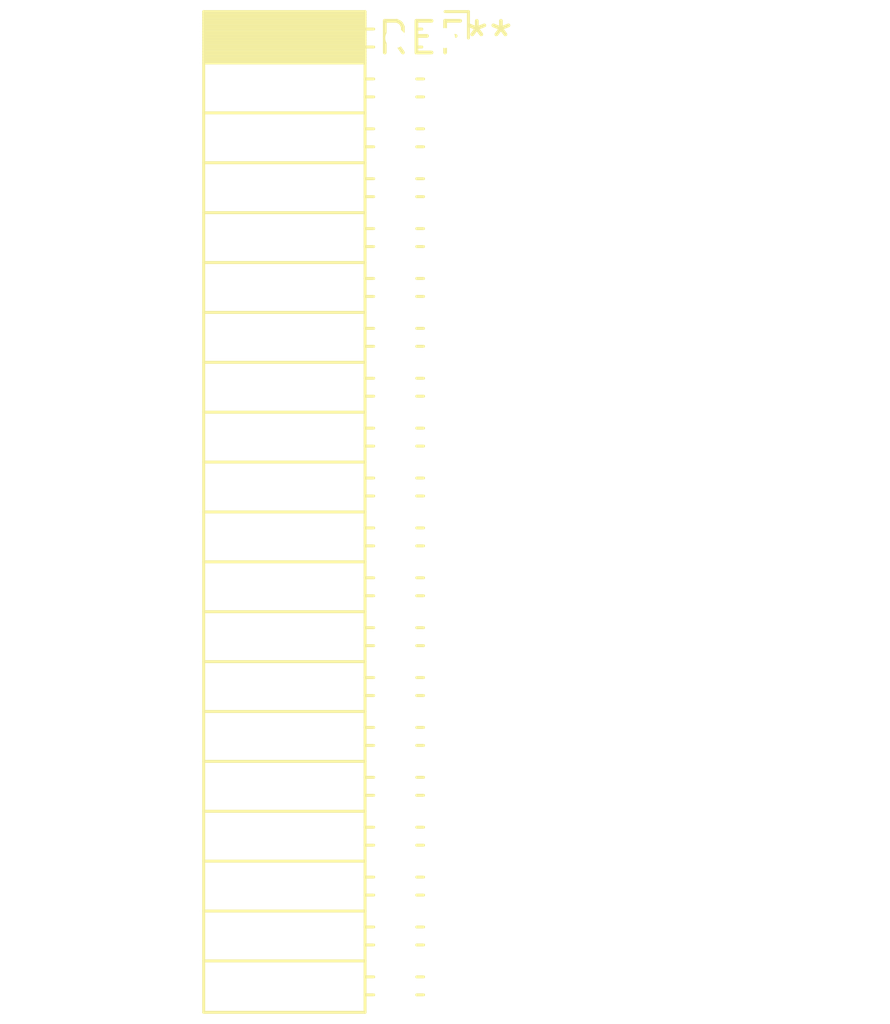
<source format=kicad_pcb>
(kicad_pcb (version 20240108) (generator pcbnew)
  (layers (0 "F.Cu" signal) (31 "B.Cu" signal) (34 "B.Paste" user) (35 "F.Paste" user) (36 "B.SilkS" user "B.Silkscreen") (37 "F.SilkS" user "F.Silkscreen") (38 "B.Mask" user) (39 "F.Mask" user) (44 "Edge.Cuts" user))
  (net 0 "")
  (footprint "PinSocket_2x20_P2.00mm_Horizontal" (layer "F.Cu") (at 0 0)
    (property "Reference" "REF**")
    (property "Value" "PinSocket_2x20_P2.00mm_Horizontal")
    (fp_line (start -9.68 -1.06) (end -9.68 39.06) (layer "F.SilkS") (stroke (width 0.12)))
    (fp_line (start -9.68 -1.06) (end -3.21 -1.06) (layer "F.SilkS") (stroke (width 0.12)))
    (fp_line (start -9.68 -0.94) (end -3.21 -0.94) (layer "F.SilkS") (stroke (width 0.12)))
    (fp_line (start -9.68 -0.825882) (end -3.21 -0.825882) (layer "F.SilkS") (stroke (width 0.12)))
    (fp_line (start -9.68 -0.711764) (end -3.21 -0.711764) (layer "F.SilkS") (stroke (width 0.12)))
    (fp_line (start -9.68 -0.597646) (end -3.21 -0.597646) (layer "F.SilkS") (stroke (width 0.12)))
    (fp_line (start -9.68 -0.483528) (end -3.21 -0.483528) (layer "F.SilkS") (stroke (width 0.12)))
    (fp_line (start -9.68 -0.36941) (end -3.21 -0.36941) (layer "F.SilkS") (stroke (width 0.12)))
    (fp_line (start -9.68 -0.255292) (end -3.21 -0.255292) (layer "F.SilkS") (stroke (width 0.12)))
    (fp_line (start -9.68 -0.141174) (end -3.21 -0.141174) (layer "F.SilkS") (stroke (width 0.12)))
    (fp_line (start -9.68 -0.027056) (end -3.21 -0.027056) (layer "F.SilkS") (stroke (width 0.12)))
    (fp_line (start -9.68 0.087062) (end -3.21 0.087062) (layer "F.SilkS") (stroke (width 0.12)))
    (fp_line (start -9.68 0.20118) (end -3.21 0.20118) (layer "F.SilkS") (stroke (width 0.12)))
    (fp_line (start -9.68 0.315298) (end -3.21 0.315298) (layer "F.SilkS") (stroke (width 0.12)))
    (fp_line (start -9.68 0.429416) (end -3.21 0.429416) (layer "F.SilkS") (stroke (width 0.12)))
    (fp_line (start -9.68 0.543534) (end -3.21 0.543534) (layer "F.SilkS") (stroke (width 0.12)))
    (fp_line (start -9.68 0.657652) (end -3.21 0.657652) (layer "F.SilkS") (stroke (width 0.12)))
    (fp_line (start -9.68 0.77177) (end -3.21 0.77177) (layer "F.SilkS") (stroke (width 0.12)))
    (fp_line (start -9.68 0.885888) (end -3.21 0.885888) (layer "F.SilkS") (stroke (width 0.12)))
    (fp_line (start -9.68 1) (end -3.21 1) (layer "F.SilkS") (stroke (width 0.12)))
    (fp_line (start -9.68 3) (end -3.21 3) (layer "F.SilkS") (stroke (width 0.12)))
    (fp_line (start -9.68 5) (end -3.21 5) (layer "F.SilkS") (stroke (width 0.12)))
    (fp_line (start -9.68 7) (end -3.21 7) (layer "F.SilkS") (stroke (width 0.12)))
    (fp_line (start -9.68 9) (end -3.21 9) (layer "F.SilkS") (stroke (width 0.12)))
    (fp_line (start -9.68 11) (end -3.21 11) (layer "F.SilkS") (stroke (width 0.12)))
    (fp_line (start -9.68 13) (end -3.21 13) (layer "F.SilkS") (stroke (width 0.12)))
    (fp_line (start -9.68 15) (end -3.21 15) (layer "F.SilkS") (stroke (width 0.12)))
    (fp_line (start -9.68 17) (end -3.21 17) (layer "F.SilkS") (stroke (width 0.12)))
    (fp_line (start -9.68 19) (end -3.21 19) (layer "F.SilkS") (stroke (width 0.12)))
    (fp_line (start -9.68 21) (end -3.21 21) (layer "F.SilkS") (stroke (width 0.12)))
    (fp_line (start -9.68 23) (end -3.21 23) (layer "F.SilkS") (stroke (width 0.12)))
    (fp_line (start -9.68 25) (end -3.21 25) (layer "F.SilkS") (stroke (width 0.12)))
    (fp_line (start -9.68 27) (end -3.21 27) (layer "F.SilkS") (stroke (width 0.12)))
    (fp_line (start -9.68 29) (end -3.21 29) (layer "F.SilkS") (stroke (width 0.12)))
    (fp_line (start -9.68 31) (end -3.21 31) (layer "F.SilkS") (stroke (width 0.12)))
    (fp_line (start -9.68 33) (end -3.21 33) (layer "F.SilkS") (stroke (width 0.12)))
    (fp_line (start -9.68 35) (end -3.21 35) (layer "F.SilkS") (stroke (width 0.12)))
    (fp_line (start -9.68 37) (end -3.21 37) (layer "F.SilkS") (stroke (width 0.12)))
    (fp_line (start -9.68 39.06) (end -3.21 39.06) (layer "F.SilkS") (stroke (width 0.12)))
    (fp_line (start -3.21 -1.06) (end -3.21 39.06) (layer "F.SilkS") (stroke (width 0.12)))
    (fp_line (start -3.21 -0.36) (end -2.862917 -0.36) (layer "F.SilkS") (stroke (width 0.12)))
    (fp_line (start -3.21 0.36) (end -2.862917 0.36) (layer "F.SilkS") (stroke (width 0.12)))
    (fp_line (start -3.21 1.64) (end -2.862917 1.64) (layer "F.SilkS") (stroke (width 0.12)))
    (fp_line (start -3.21 2.36) (end -2.862917 2.36) (layer "F.SilkS") (stroke (width 0.12)))
    (fp_line (start -3.21 3.64) (end -2.862917 3.64) (layer "F.SilkS") (stroke (width 0.12)))
    (fp_line (start -3.21 4.36) (end -2.862917 4.36) (layer "F.SilkS") (stroke (width 0.12)))
    (fp_line (start -3.21 5.64) (end -2.862917 5.64) (layer "F.SilkS") (stroke (width 0.12)))
    (fp_line (start -3.21 6.36) (end -2.862917 6.36) (layer "F.SilkS") (stroke (width 0.12)))
    (fp_line (start -3.21 7.64) (end -2.862917 7.64) (layer "F.SilkS") (stroke (width 0.12)))
    (fp_line (start -3.21 8.36) (end -2.862917 8.36) (layer "F.SilkS") (stroke (width 0.12)))
    (fp_line (start -3.21 9.64) (end -2.862917 9.64) (layer "F.SilkS") (stroke (width 0.12)))
    (fp_line (start -3.21 10.36) (end -2.862917 10.36) (layer "F.SilkS") (stroke (width 0.12)))
    (fp_line (start -3.21 11.64) (end -2.862917 11.64) (layer "F.SilkS") (stroke (width 0.12)))
    (fp_line (start -3.21 12.36) (end -2.862917 12.36) (layer "F.SilkS") (stroke (width 0.12)))
    (fp_line (start -3.21 13.64) (end -2.862917 13.64) (layer "F.SilkS") (stroke (width 0.12)))
    (fp_line (start -3.21 14.36) (end -2.862917 14.36) (layer "F.SilkS") (stroke (width 0.12)))
    (fp_line (start -3.21 15.64) (end -2.862917 15.64) (layer "F.SilkS") (stroke (width 0.12)))
    (fp_line (start -3.21 16.36) (end -2.862917 16.36) (layer "F.SilkS") (stroke (width 0.12)))
    (fp_line (start -3.21 17.64) (end -2.862917 17.64) (layer "F.SilkS") (stroke (width 0.12)))
    (fp_line (start -3.21 18.36) (end -2.862917 18.36) (layer "F.SilkS") (stroke (width 0.12)))
    (fp_line (start -3.21 19.64) (end -2.862917 19.64) (layer "F.SilkS") (stroke (width 0.12)))
    (fp_line (start -3.21 20.36) (end -2.862917 20.36) (layer "F.SilkS") (stroke (width 0.12)))
    (fp_line (start -3.21 21.64) (end -2.862917 21.64) (layer "F.SilkS") (stroke (width 0.12)))
    (fp_line (start -3.21 22.36) (end -2.862917 22.36) (layer "F.SilkS") (stroke (width 0.12)))
    (fp_line (start -3.21 23.64) (end -2.862917 23.64) (layer "F.SilkS") (stroke (width 0.12)))
    (fp_line (start -3.21 24.36) (end -2.862917 24.36) (layer "F.SilkS") (stroke (width 0.12)))
    (fp_line (start -3.21 25.64) (end -2.862917 25.64) (layer "F.SilkS") (stroke (width 0.12)))
    (fp_line (start -3.21 26.36) (end -2.862917 26.36) (layer "F.SilkS") (stroke (width 0.12)))
    (fp_line (start -3.21 27.64) (end -2.862917 27.64) (layer "F.SilkS") (stroke (width 0.12)))
    (fp_line (start -3.21 28.36) (end -2.862917 28.36) (layer "F.SilkS") (stroke (width 0.12)))
    (fp_line (start -3.21 29.64) (end -2.862917 29.64) (layer "F.SilkS") (stroke (width 0.12)))
    (fp_line (start -3.21 30.36) (end -2.862917 30.36) (layer "F.SilkS") (stroke (width 0.12)))
    (fp_line (start -3.21 31.64) (end -2.862917 31.64) (layer "F.SilkS") (stroke (width 0.12)))
    (fp_line (start -3.21 32.36) (end -2.862917 32.36) (layer "F.SilkS") (stroke (width 0.12)))
    (fp_line (start -3.21 33.64) (end -2.862917 33.64) (layer "F.SilkS") (stroke (width 0.12)))
    (fp_line (start -3.21 34.36) (end -2.862917 34.36) (layer "F.SilkS") (stroke (width 0.12)))
    (fp_line (start -3.21 35.64) (end -2.862917 35.64) (layer "F.SilkS") (stroke (width 0.12)))
    (fp_line (start -3.21 36.36) (end -2.862917 36.36) (layer "F.SilkS") (stroke (width 0.12)))
    (fp_line (start -3.21 37.64) (end -2.862917 37.64) (layer "F.SilkS") (stroke (width 0.12)))
    (fp_line (start -3.21 38.36) (end -2.862917 38.36) (layer "F.SilkS") (stroke (width 0.12)))
    (fp_line (start -1.137083 -0.36) (end -0.935 -0.36) (layer "F.SilkS") (stroke (width 0.12)))
    (fp_line (start -1.137083 0.36) (end -0.935 0.36) (layer "F.SilkS") (stroke (width 0.12)))
    (fp_line (start -1.137083 1.64) (end -0.862917 1.64) (layer "F.SilkS") (stroke (width 0.12)))
    (fp_line (start -1.137083 2.36) (end -0.862917 2.36) (layer "F.SilkS") (stroke (width 0.12)))
    (fp_line (start -1.137083 3.64) (end -0.862917 3.64) (layer "F.SilkS") (stroke (width 0.12)))
    (fp_line (start -1.137083 4.36) (end -0.862917 4.36) (layer "F.SilkS") (stroke (width 0.12)))
    (fp_line (start -1.137083 5.64) (end -0.862917 5.64) (layer "F.SilkS") (stroke (width 0.12)))
    (fp_line (start -1.137083 6.36) (end -0.862917 6.36) (layer "F.SilkS") (stroke (width 0.12)))
    (fp_line (start -1.137083 7.64) (end -0.862917 7.64) (layer "F.SilkS") (stroke (width 0.12)))
    (fp_line (start -1.137083 8.36) (end -0.862917 8.36) (layer "F.SilkS") (stroke (width 0.12)))
    (fp_line (start -1.137083 9.64) (end -0.862917 9.64) (layer "F.SilkS") (stroke (width 0.12)))
    (fp_line (start -1.137083 10.36) (end -0.862917 10.36) (layer "F.SilkS") (stroke (width 0.12)))
    (fp_line (start -1.137083 11.64) (end -0.862917 11.64) (layer "F.SilkS") (stroke (width 0.12)))
    (fp_line (start -1.137083 12.36) (end -0.862917 12.36) (layer "F.SilkS") (stroke (width 0.12)))
    (fp_line (start -1.137083 13.64) (end -0.862917 13.64) (layer "F.SilkS") (stroke (width 0.12)))
    (fp_line (start -1.137083 14.36) (end -0.862917 14.36) (layer "F.SilkS") (stroke (width 0.12)))
    (fp_line (start -1.137083 15.64) (end -0.862917 15.64) (layer "F.SilkS") (stroke (width 0.12)))
    (fp_line (start -1.137083 16.36) (end -0.862917 16.36) (layer "F.SilkS") (stroke (width 0.12)))
    (fp_line (start -1.137083 17.64) (end -0.862917 17.64) (layer "F.SilkS") (stroke (width 0.12)))
    (fp_line (start -1.137083 18.36) (end -0.862917 18.36) (layer "F.SilkS") (stroke (width 0.12)))
    (fp_line (start -1.137083 19.64) (end -0.862917 19.64) (layer "F.SilkS") (stroke (width 0.12)))
    (fp_line (start -1.137083 20.36) (end -0.862917 20.36) (layer "F.SilkS") (stroke (width 0.12)))
    (fp_line (start -1.137083 21.64) (end -0.862917 21.64) (layer "F.SilkS") (stroke (width 0.12)))
    (fp_line (start -1.137083 22.36) (end -0.862917 22.36) (layer "F.SilkS") (stroke (width 0.12)))
    (fp_line (start -1.137083 23.64) (end -0.862917 23.64) (layer "F.SilkS") (stroke (width 0.12)))
    (fp_line (start -1.137083 24.36) (end -0.862917 24.36) (layer "F.SilkS") (stroke (width 0.12)))
    (fp_line (start -1.137083 25.64) (end -0.862917 25.64) (layer "F.SilkS") (stroke (width 0.12)))
    (fp_line (start -1.137083 26.36) (end -0.862917 26.36) (layer "F.SilkS") (stroke (width 0.12)))
    (fp_line (start -1.137083 27.64) (end -0.862917 27.64) (layer "F.SilkS") (stroke (width 0.12)))
    (fp_line (start -1.137083 28.36) (end -0.862917 28.36) (layer "F.SilkS") (stroke (width 0.12)))
    (fp_line (start -1.137083 29.64) (end -0.862917 29.64) (layer "F.SilkS") (stroke (width 0.12)))
    (fp_line (start -1.137083 30.36) (end -0.862917 30.36) (layer "F.SilkS") (stroke (width 0.12)))
    (fp_line (start -1.137083 31.64) (end -0.862917 31.64) (layer "F.SilkS") (stroke (width 0.12)))
    (fp_line (start -1.137083 32.36) (end -0.862917 32.36) (layer "F.SilkS") (stroke (width 0.12)))
    (fp_line (start -1.137083 33.64) (end -0.862917 33.64) (layer "F.SilkS") (stroke (width 0.12)))
    (fp_line (start -1.137083 34.36) (end -0.862917 34.36) (layer "F.SilkS") (stroke (width 0.12)))
    (fp_line (start -1.137083 35.64) (end -0.862917 35.64) (layer "F.SilkS") (stroke (width 0.12)))
    (fp_line (start -1.137083 36.36) (end -0.862917 36.36) (layer "F.SilkS") (stroke (width 0.12)))
    (fp_line (start -1.137083 37.64) (end -0.862917 37.64) (layer "F.SilkS") (stroke (width 0.12)))
    (fp_line (start -1.137083 38.36) (end -0.862917 38.36) (layer "F.SilkS") (stroke (width 0.12)))
    (fp_line (start 0 -1.06) (end 0.935 -1.06) (layer "F.SilkS") (stroke (width 0.12)))
    (fp_line (start 0.935 -1.06) (end 0.935 0) (layer "F.SilkS") (stroke (width 0.12)))
    (pad "1" thru_hole rect (at 0 0) (size 1.35 1.35) (drill 0.8) (layers *.Cu *.Mask) (remove_unused_layers))
    (pad "2" thru_hole oval (at -2 0) (size 1.35 1.35) (drill 0.8) (layers *.Cu *.Mask) (remove_unused_layers))
    (pad "3" thru_hole oval (at 0 2) (size 1.35 1.35) (drill 0.8) (layers *.Cu *.Mask) (remove_unused_layers))
    (pad "4" thru_hole oval (at -2 2) (size 1.35 1.35) (drill 0.8) (layers *.Cu *.Mask) (remove_unused_layers))
    (pad "5" thru_hole oval (at 0 4) (size 1.35 1.35) (drill 0.8) (layers *.Cu *.Mask) (remove_unused_layers))
    (pad "6" thru_hole oval (at -2 4) (size 1.35 1.35) (drill 0.8) (layers *.Cu *.Mask) (remove_unused_layers))
    (pad "7" thru_hole oval (at 0 6) (size 1.35 1.35) (drill 0.8) (layers *.Cu *.Mask) (remove_unused_layers))
    (pad "8" thru_hole oval (at -2 6) (size 1.35 1.35) (drill 0.8) (layers *.Cu *.Mask) (remove_unused_layers))
    (pad "9" thru_hole oval (at 0 8) (size 1.35 1.35) (drill 0.8) (layers *.Cu *.Mask) (remove_unused_layers))
    (pad "10" thru_hole oval (at -2 8) (size 1.35 1.35) (drill 0.8) (layers *.Cu *.Mask) (remove_unused_layers))
    (pad "11" thru_hole oval (at 0 10) (size 1.35 1.35) (drill 0.8) (layers *.Cu *.Mask) (remove_unused_layers))
    (pad "12" thru_hole oval (at -2 10) (size 1.35 1.35) (drill 0.8) (layers *.Cu *.Mask) (remove_unused_layers))
    (pad "13" thru_hole oval (at 0 12) (size 1.35 1.35) (drill 0.8) (layers *.Cu *.Mask) (remove_unused_layers))
    (pad "14" thru_hole oval (at -2 12) (size 1.35 1.35) (drill 0.8) (layers *.Cu *.Mask) (remove_unused_layers))
    (pad "15" thru_hole oval (at 0 14) (size 1.35 1.35) (drill 0.8) (layers *.Cu *.Mask) (remove_unused_layers))
    (pad "16" thru_hole oval (at -2 14) (size 1.35 1.35) (drill 0.8) (layers *.Cu *.Mask) (remove_unused_layers))
    (pad "17" thru_hole oval (at 0 16) (size 1.35 1.35) (drill 0.8) (layers *.Cu *.Mask) (remove_unused_layers))
    (pad "18" thru_hole oval (at -2 16) (size 1.35 1.35) (drill 0.8) (layers *.Cu *.Mask) (remove_unused_layers))
    (pad "19" thru_hole oval (at 0 18) (size 1.35 1.35) (drill 0.8) (layers *.Cu *.Mask) (remove_unused_layers))
    (pad "20" thru_hole oval (at -2 18) (size 1.35 1.35) (drill 0.8) (layers *.Cu *.Mask) (remove_unused_layers))
    (pad "21" thru_hole oval (at 0 20) (size 1.35 1.35) (drill 0.8) (layers *.Cu *.Mask) (remove_unused_layers))
    (pad "22" thru_hole oval (at -2 20) (size 1.35 1.35) (drill 0.8) (layers *.Cu *.Mask) (remove_unused_layers))
    (pad "23" thru_hole oval (at 0 22) (size 1.35 1.35) (drill 0.8) (layers *.Cu *.Mask) (remove_unused_layers))
    (pad "24" thru_hole oval (at -2 22) (size 1.35 1.35) (drill 0.8) (layers *.Cu *.Mask) (remove_unused_layers))
    (pad "25" thru_hole oval (at 0 24) (size 1.35 1.35) (drill 0.8) (layers *.Cu *.Mask) (remove_unused_layers))
    (pad "26" thru_hole oval (at -2 24) (size 1.35 1.35) (drill 0.8) (layers *.Cu *.Mask) (remove_unused_layers))
    (pad "27" thru_hole oval (at 0 26) (size 1.35 1.35) (drill 0.8) (layers *.Cu *.Mask) (remove_unused_layers))
    (pad "28" thru_hole oval (at -2 26) (size 1.35 1.35) (drill 0.8) (layers *.Cu *.Mask) (remove_unused_layers))
    (pad "29" thru_hole oval (at 0 28) (size 1.35 1.35) (drill 0.8) (layers *.Cu *.Mask) (remove_unused_layers))
    (pad "30" thru_hole oval (at -2 28) (size 1.35 1.35) (drill 0.8) (layers *.Cu *.Mask) (remove_unused_layers))
    (pad "31" thru_hole oval (at 0 30) (size 1.35 1.35) (drill 0.8) (layers *.Cu *.Mask) (remove_unused_layers))
    (pad "32" thru_hole oval (at -2 30) (size 1.35 1.35) (drill 0.8) (layers *.Cu *.Mask) (remove_unused_layers))
    (pad "33" thru_hole oval (at 0 32) (size 1.35 1.35) (drill 0.8) (layers *.Cu *.Mask) (remove_unused_layers))
    (pad "34" thru_hole oval (at -2 32) (size 1.35 1.35) (drill 0.8) (layers *.Cu *.Mask) (remove_unused_layers))
    (pad "35" thru_hole oval (at 0 34) (size 1.35 1.35) (drill 0.8) (layers *.Cu *.Mask) (remove_unused_layers))
    (pad "36" thru_hole oval (at -2 34) (size 1.35 1.35) (drill 0.8) (layers *.Cu *.Mask) (remove_unused_layers))
    (pad "37" thru_hole oval (at 0 36) (size 1.35 1.35) (drill 0.8) (layers *.Cu *.Mask) (remove_unused_layers))
    (pad "38" thru_hole oval (at -2 36) (size 1.35 1.35) (drill 0.8) (layers *.Cu *.Mask) (remove_unused_layers))
    (pad "39" thru_hole oval (at 0 38) (size 1.35 1.35) (drill 0.8) (layers *.Cu *.Mask) (remove_unused_layers))
    (pad "40" thru_hole oval (at -2 38) (size 1.35 1.35) (drill 0.8) (layers *.Cu *.Mask) (remove_unused_layers))
  )
)
</source>
